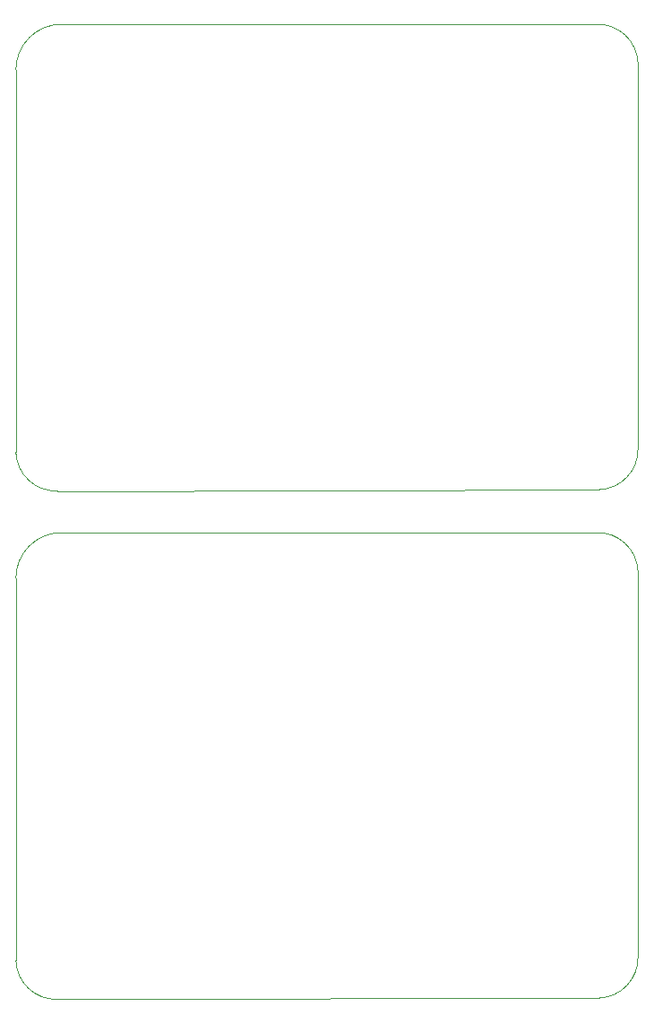
<source format=gm1>
%MOIN*%
%OFA0B0*%
%FSLAX46Y46*%
%IPPOS*%
%LPD*%
%ADD10C,0.0019685039370078744*%
%ADD21C,0.0019685039370078744*%
%LPD*%
G01*
D10*
X0002352244Y0001865590D02*
G75*
G03*
X0002197244Y0002010590I-0000150000J-0000005000D01*
G01*
X0000037244Y0000420590D02*
X0000037244Y0001840590D01*
X0000207244Y0002010590D02*
X0002197244Y0002010590D01*
X0000192244Y0000275590D02*
X0002207244Y0000280590D01*
X0002352244Y0000435590D02*
X0002352244Y0001865590D01*
X0000037244Y0000420590D02*
G75*
G03*
X0000192244Y0000275590I0000149999J0000004999D01*
G01*
X0000207244Y0002010590D02*
G75*
G03*
X0000037244Y0001840590J-0000169999D01*
G01*
X0002207244Y0000280590D02*
G75*
G03*
X0002352244Y0000435590I-0000004999J0000149999D01*
G01*
G04 next file*
%LPD*%
G04 #@! TF.GenerationSoftware,KiCad,Pcbnew,(6.0.5)*
G04 #@! TF.CreationDate,2022-08-01T18:55:39+01:00*
G04 #@! TF.ProjectId,LED-RPi-PCB,4c45442d-5250-4692-9d50-43422e6b6963,rev?*
G04 #@! TF.SameCoordinates,Original*
G04 #@! TF.FileFunction,Profile,NP*
G04 Gerber Fmt 4.6, Leading zero omitted, Abs format (unit mm)*
G04 Created by KiCad (PCBNEW (6.0.5)) date 2022-08-01 18:55:39*
G01*
G04 APERTURE LIST*
G04 #@! TA.AperFunction,Profile*
G04 #@! TD*
G04 APERTURE END LIST*
D21*
X0002352244Y0003755354D02*
G75*
G03*
X0002197244Y0003900354I-0000150000J-0000005000D01*
G01*
X0000037244Y0002310354D02*
X0000037244Y0003730354D01*
X0000207244Y0003900354D02*
X0002197244Y0003900354D01*
X0000192244Y0002165354D02*
X0002207244Y0002170354D01*
X0002352244Y0002325354D02*
X0002352244Y0003755354D01*
X0000037244Y0002310354D02*
G75*
G03*
X0000192244Y0002165354I0000149999J0000004999D01*
G01*
X0000207244Y0003900354D02*
G75*
G03*
X0000037244Y0003730354J-0000169999D01*
G01*
X0002207244Y0002170354D02*
G75*
G03*
X0002352244Y0002325354I-0000004999J0000149999D01*
G01*
M02*
</source>
